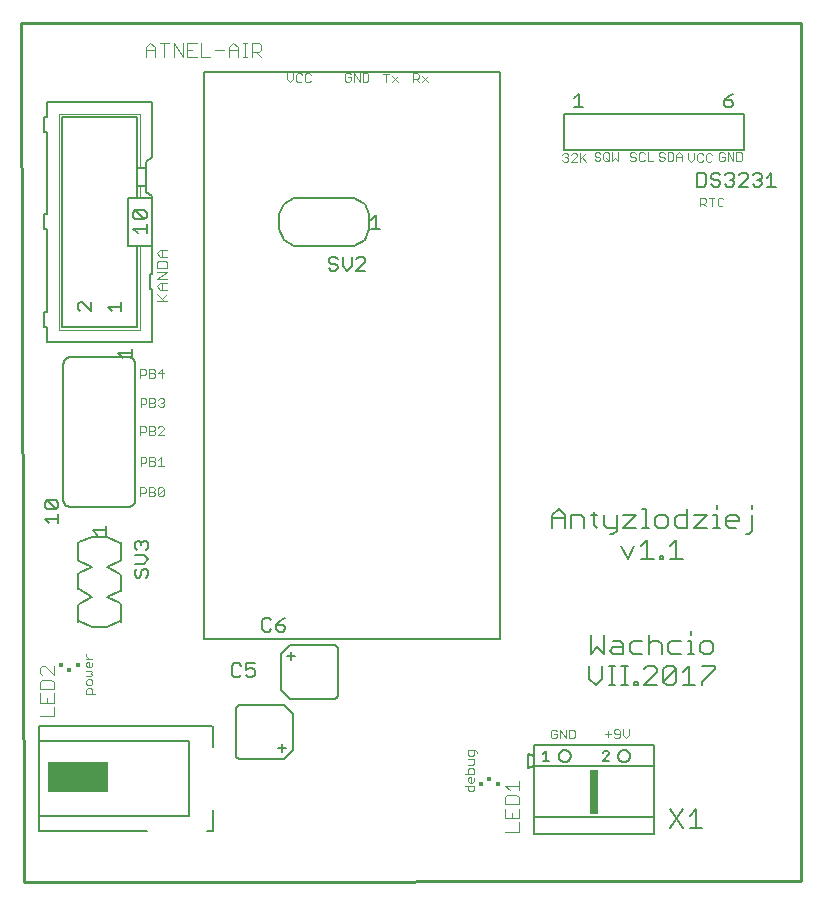
<source format=gto>
G75*
%MOIN*%
%OFA0B0*%
%FSLAX25Y25*%
%IPPOS*%
%LPD*%
%AMOC8*
5,1,8,0,0,1.08239X$1,22.5*
%
%ADD10C,0.00000*%
%ADD11C,0.01000*%
%ADD12C,0.00600*%
%ADD13C,0.00300*%
%ADD14C,0.00500*%
%ADD15R,0.20000X0.10000*%
%ADD16C,0.00200*%
%ADD17C,0.00400*%
%ADD18R,0.01280X0.01673*%
%ADD19R,0.01378X0.01378*%
%ADD20R,0.03000X0.15000*%
%ADD21C,0.00700*%
D10*
X0247600Y0001984D02*
X0261600Y0002284D01*
D11*
X0002600Y0001984D02*
X0001500Y0288384D01*
X0261500Y0288384D01*
X0261600Y0002284D01*
X0002600Y0001984D01*
D12*
X0073100Y0044484D02*
X0073100Y0059484D01*
X0073102Y0059560D01*
X0073108Y0059636D01*
X0073117Y0059711D01*
X0073131Y0059786D01*
X0073148Y0059860D01*
X0073169Y0059933D01*
X0073193Y0060005D01*
X0073222Y0060076D01*
X0073253Y0060145D01*
X0073288Y0060212D01*
X0073327Y0060277D01*
X0073369Y0060341D01*
X0073414Y0060402D01*
X0073462Y0060461D01*
X0073513Y0060517D01*
X0073567Y0060571D01*
X0073623Y0060622D01*
X0073682Y0060670D01*
X0073743Y0060715D01*
X0073807Y0060757D01*
X0073872Y0060796D01*
X0073939Y0060831D01*
X0074008Y0060862D01*
X0074079Y0060891D01*
X0074151Y0060915D01*
X0074224Y0060936D01*
X0074298Y0060953D01*
X0074373Y0060967D01*
X0074448Y0060976D01*
X0074524Y0060982D01*
X0074600Y0060984D01*
X0089100Y0060984D01*
X0092100Y0057984D01*
X0092100Y0045984D01*
X0089100Y0042984D01*
X0074600Y0042984D01*
X0074524Y0042986D01*
X0074448Y0042992D01*
X0074373Y0043001D01*
X0074298Y0043015D01*
X0074224Y0043032D01*
X0074151Y0043053D01*
X0074079Y0043077D01*
X0074008Y0043106D01*
X0073939Y0043137D01*
X0073872Y0043172D01*
X0073807Y0043211D01*
X0073743Y0043253D01*
X0073682Y0043298D01*
X0073623Y0043346D01*
X0073567Y0043397D01*
X0073513Y0043451D01*
X0073462Y0043507D01*
X0073414Y0043566D01*
X0073369Y0043627D01*
X0073327Y0043691D01*
X0073288Y0043756D01*
X0073253Y0043823D01*
X0073222Y0043892D01*
X0073193Y0043963D01*
X0073169Y0044035D01*
X0073148Y0044108D01*
X0073131Y0044182D01*
X0073117Y0044257D01*
X0073108Y0044332D01*
X0073102Y0044408D01*
X0073100Y0044484D01*
X0087300Y0046584D02*
X0089900Y0046584D01*
X0088600Y0045384D02*
X0088600Y0047884D01*
X0091100Y0062984D02*
X0088100Y0065984D01*
X0088100Y0077984D01*
X0091100Y0080984D01*
X0105600Y0080984D01*
X0105676Y0080982D01*
X0105752Y0080976D01*
X0105827Y0080967D01*
X0105902Y0080953D01*
X0105976Y0080936D01*
X0106049Y0080915D01*
X0106121Y0080891D01*
X0106192Y0080862D01*
X0106261Y0080831D01*
X0106328Y0080796D01*
X0106393Y0080757D01*
X0106457Y0080715D01*
X0106518Y0080670D01*
X0106577Y0080622D01*
X0106633Y0080571D01*
X0106687Y0080517D01*
X0106738Y0080461D01*
X0106786Y0080402D01*
X0106831Y0080341D01*
X0106873Y0080277D01*
X0106912Y0080212D01*
X0106947Y0080145D01*
X0106978Y0080076D01*
X0107007Y0080005D01*
X0107031Y0079933D01*
X0107052Y0079860D01*
X0107069Y0079786D01*
X0107083Y0079711D01*
X0107092Y0079636D01*
X0107098Y0079560D01*
X0107100Y0079484D01*
X0107100Y0064484D01*
X0107098Y0064408D01*
X0107092Y0064332D01*
X0107083Y0064257D01*
X0107069Y0064182D01*
X0107052Y0064108D01*
X0107031Y0064035D01*
X0107007Y0063963D01*
X0106978Y0063892D01*
X0106947Y0063823D01*
X0106912Y0063756D01*
X0106873Y0063691D01*
X0106831Y0063627D01*
X0106786Y0063566D01*
X0106738Y0063507D01*
X0106687Y0063451D01*
X0106633Y0063397D01*
X0106577Y0063346D01*
X0106518Y0063298D01*
X0106457Y0063253D01*
X0106393Y0063211D01*
X0106328Y0063172D01*
X0106261Y0063137D01*
X0106192Y0063106D01*
X0106121Y0063077D01*
X0106049Y0063053D01*
X0105976Y0063032D01*
X0105902Y0063015D01*
X0105827Y0063001D01*
X0105752Y0062992D01*
X0105676Y0062986D01*
X0105600Y0062984D01*
X0091100Y0062984D01*
X0091600Y0076084D02*
X0091600Y0078584D01*
X0092900Y0077384D02*
X0090300Y0077384D01*
X0039600Y0129484D02*
X0039600Y0174484D01*
X0039598Y0174582D01*
X0039592Y0174680D01*
X0039583Y0174778D01*
X0039569Y0174875D01*
X0039552Y0174972D01*
X0039531Y0175068D01*
X0039506Y0175163D01*
X0039478Y0175257D01*
X0039445Y0175349D01*
X0039410Y0175441D01*
X0039370Y0175531D01*
X0039328Y0175619D01*
X0039281Y0175706D01*
X0039232Y0175790D01*
X0039179Y0175873D01*
X0039123Y0175953D01*
X0039063Y0176032D01*
X0039001Y0176108D01*
X0038936Y0176181D01*
X0038868Y0176252D01*
X0038797Y0176320D01*
X0038724Y0176385D01*
X0038648Y0176447D01*
X0038569Y0176507D01*
X0038489Y0176563D01*
X0038406Y0176616D01*
X0038322Y0176665D01*
X0038235Y0176712D01*
X0038147Y0176754D01*
X0038057Y0176794D01*
X0037965Y0176829D01*
X0037873Y0176862D01*
X0037779Y0176890D01*
X0037684Y0176915D01*
X0037588Y0176936D01*
X0037491Y0176953D01*
X0037394Y0176967D01*
X0037296Y0176976D01*
X0037198Y0176982D01*
X0037100Y0176984D01*
X0018100Y0176984D01*
X0018002Y0176982D01*
X0017904Y0176976D01*
X0017806Y0176967D01*
X0017709Y0176953D01*
X0017612Y0176936D01*
X0017516Y0176915D01*
X0017421Y0176890D01*
X0017327Y0176862D01*
X0017235Y0176829D01*
X0017143Y0176794D01*
X0017053Y0176754D01*
X0016965Y0176712D01*
X0016878Y0176665D01*
X0016794Y0176616D01*
X0016711Y0176563D01*
X0016631Y0176507D01*
X0016552Y0176447D01*
X0016476Y0176385D01*
X0016403Y0176320D01*
X0016332Y0176252D01*
X0016264Y0176181D01*
X0016199Y0176108D01*
X0016137Y0176032D01*
X0016077Y0175953D01*
X0016021Y0175873D01*
X0015968Y0175790D01*
X0015919Y0175706D01*
X0015872Y0175619D01*
X0015830Y0175531D01*
X0015790Y0175441D01*
X0015755Y0175349D01*
X0015722Y0175257D01*
X0015694Y0175163D01*
X0015669Y0175068D01*
X0015648Y0174972D01*
X0015631Y0174875D01*
X0015617Y0174778D01*
X0015608Y0174680D01*
X0015602Y0174582D01*
X0015600Y0174484D01*
X0015600Y0129484D01*
X0015602Y0129386D01*
X0015608Y0129288D01*
X0015617Y0129190D01*
X0015631Y0129093D01*
X0015648Y0128996D01*
X0015669Y0128900D01*
X0015694Y0128805D01*
X0015722Y0128711D01*
X0015755Y0128619D01*
X0015790Y0128527D01*
X0015830Y0128437D01*
X0015872Y0128349D01*
X0015919Y0128262D01*
X0015968Y0128178D01*
X0016021Y0128095D01*
X0016077Y0128015D01*
X0016137Y0127936D01*
X0016199Y0127860D01*
X0016264Y0127787D01*
X0016332Y0127716D01*
X0016403Y0127648D01*
X0016476Y0127583D01*
X0016552Y0127521D01*
X0016631Y0127461D01*
X0016711Y0127405D01*
X0016794Y0127352D01*
X0016878Y0127303D01*
X0016965Y0127256D01*
X0017053Y0127214D01*
X0017143Y0127174D01*
X0017235Y0127139D01*
X0017327Y0127106D01*
X0017421Y0127078D01*
X0017516Y0127053D01*
X0017612Y0127032D01*
X0017709Y0127015D01*
X0017806Y0127001D01*
X0017904Y0126992D01*
X0018002Y0126986D01*
X0018100Y0126984D01*
X0037100Y0126984D01*
X0037198Y0126986D01*
X0037296Y0126992D01*
X0037394Y0127001D01*
X0037491Y0127015D01*
X0037588Y0127032D01*
X0037684Y0127053D01*
X0037779Y0127078D01*
X0037873Y0127106D01*
X0037965Y0127139D01*
X0038057Y0127174D01*
X0038147Y0127214D01*
X0038235Y0127256D01*
X0038322Y0127303D01*
X0038406Y0127352D01*
X0038489Y0127405D01*
X0038569Y0127461D01*
X0038648Y0127521D01*
X0038724Y0127583D01*
X0038797Y0127648D01*
X0038868Y0127716D01*
X0038936Y0127787D01*
X0039001Y0127860D01*
X0039063Y0127936D01*
X0039123Y0128015D01*
X0039179Y0128095D01*
X0039232Y0128178D01*
X0039281Y0128262D01*
X0039328Y0128349D01*
X0039370Y0128437D01*
X0039410Y0128527D01*
X0039445Y0128619D01*
X0039478Y0128711D01*
X0039506Y0128805D01*
X0039531Y0128900D01*
X0039552Y0128996D01*
X0039569Y0129093D01*
X0039583Y0129190D01*
X0039592Y0129288D01*
X0039598Y0129386D01*
X0039600Y0129484D01*
X0034400Y0115084D02*
X0030100Y0116984D01*
X0025100Y0116984D01*
X0020800Y0115284D01*
X0020800Y0108884D02*
X0025100Y0106984D01*
X0020800Y0105084D01*
X0020800Y0099484D02*
X0025100Y0096984D01*
X0020800Y0094484D01*
X0020800Y0088884D02*
X0025100Y0086984D01*
X0030100Y0086984D01*
X0034400Y0088884D01*
X0034400Y0095084D02*
X0030100Y0096984D01*
X0034400Y0098884D01*
X0034400Y0104484D02*
X0030100Y0106984D01*
X0034400Y0108884D01*
X0045100Y0181984D02*
X0010100Y0181984D01*
X0010100Y0186984D01*
X0009100Y0186984D01*
X0009100Y0191984D01*
X0010100Y0191984D01*
X0010100Y0219484D01*
X0009100Y0219484D01*
X0009100Y0224484D01*
X0010100Y0224484D01*
X0010100Y0251984D01*
X0009100Y0251984D01*
X0009100Y0256984D01*
X0010100Y0256984D01*
X0010100Y0261984D01*
X0045100Y0261984D01*
X0045100Y0243484D01*
X0043100Y0241984D01*
X0043100Y0239984D01*
X0043100Y0233984D01*
X0043100Y0231984D01*
X0045100Y0230484D01*
X0045100Y0229984D01*
X0041100Y0229984D01*
X0040100Y0229984D01*
X0040100Y0233984D01*
X0040100Y0239984D01*
X0041100Y0239984D01*
X0043100Y0239984D01*
X0040100Y0239984D02*
X0040100Y0256984D01*
X0015100Y0256984D01*
X0015100Y0186984D01*
X0040100Y0186984D01*
X0040100Y0213984D01*
X0041100Y0213984D01*
X0045100Y0213984D01*
X0045100Y0204484D01*
X0044600Y0204484D01*
X0044600Y0199484D01*
X0045100Y0199484D01*
X0045100Y0181984D01*
X0045100Y0213984D02*
X0045100Y0229984D01*
X0043100Y0233984D02*
X0041100Y0233984D01*
X0040100Y0233984D01*
X0040100Y0229984D02*
X0037100Y0229984D01*
X0037100Y0213984D01*
X0040100Y0213984D01*
X0087600Y0219484D02*
X0089100Y0215984D01*
X0092600Y0213984D01*
X0112600Y0213984D01*
X0116100Y0215984D01*
X0117600Y0219484D01*
X0117600Y0224484D01*
X0116100Y0227984D01*
X0112600Y0229984D01*
X0092600Y0229984D01*
X0089100Y0227984D01*
X0087600Y0224484D01*
X0087600Y0219484D01*
X0180659Y0126440D02*
X0178524Y0124305D01*
X0178524Y0120034D01*
X0178524Y0123237D02*
X0182794Y0123237D01*
X0182794Y0124305D02*
X0182794Y0120034D01*
X0184969Y0120034D02*
X0184969Y0124305D01*
X0188172Y0124305D01*
X0189240Y0123237D01*
X0189240Y0120034D01*
X0192483Y0121102D02*
X0193550Y0120034D01*
X0192483Y0121102D02*
X0192483Y0125372D01*
X0193550Y0124305D02*
X0191415Y0124305D01*
X0195712Y0124305D02*
X0195712Y0121102D01*
X0196780Y0120034D01*
X0199982Y0120034D01*
X0199982Y0118967D02*
X0198915Y0117899D01*
X0197847Y0117899D01*
X0199982Y0118967D02*
X0199982Y0124305D01*
X0202157Y0124305D02*
X0206428Y0124305D01*
X0202157Y0120034D01*
X0206428Y0120034D01*
X0208603Y0120034D02*
X0210738Y0120034D01*
X0209671Y0120034D02*
X0209671Y0126440D01*
X0208603Y0126440D01*
X0212900Y0123237D02*
X0212900Y0121102D01*
X0213968Y0120034D01*
X0216103Y0120034D01*
X0217170Y0121102D01*
X0217170Y0123237D01*
X0216103Y0124305D01*
X0213968Y0124305D01*
X0212900Y0123237D01*
X0219345Y0123237D02*
X0219345Y0121102D01*
X0220413Y0120034D01*
X0223616Y0120034D01*
X0223616Y0126440D01*
X0223616Y0124305D02*
X0220413Y0124305D01*
X0219345Y0123237D01*
X0225791Y0124305D02*
X0230061Y0124305D01*
X0225791Y0120034D01*
X0230061Y0120034D01*
X0232236Y0120034D02*
X0234372Y0120034D01*
X0233304Y0120034D02*
X0233304Y0124305D01*
X0232236Y0124305D01*
X0233304Y0126440D02*
X0233304Y0127507D01*
X0236533Y0123237D02*
X0237601Y0124305D01*
X0239736Y0124305D01*
X0240804Y0123237D01*
X0240804Y0122169D01*
X0236533Y0122169D01*
X0236533Y0121102D02*
X0236533Y0123237D01*
X0236533Y0121102D02*
X0237601Y0120034D01*
X0239736Y0120034D01*
X0242979Y0117899D02*
X0244046Y0117899D01*
X0245114Y0118967D01*
X0245114Y0124305D01*
X0245114Y0126440D02*
X0245114Y0127507D01*
X0219869Y0115940D02*
X0219869Y0109534D01*
X0217734Y0109534D02*
X0222004Y0109534D01*
X0217734Y0113805D02*
X0219869Y0115940D01*
X0215579Y0110602D02*
X0215579Y0109534D01*
X0214511Y0109534D01*
X0214511Y0110602D01*
X0215579Y0110602D01*
X0212336Y0109534D02*
X0208066Y0109534D01*
X0210201Y0109534D02*
X0210201Y0115940D01*
X0208066Y0113805D01*
X0205891Y0113805D02*
X0203756Y0109534D01*
X0201620Y0113805D01*
X0182794Y0124305D02*
X0180659Y0126440D01*
X0191415Y0084440D02*
X0191415Y0078034D01*
X0193550Y0080169D01*
X0195685Y0078034D01*
X0195685Y0084440D01*
X0198928Y0082305D02*
X0201063Y0082305D01*
X0202131Y0081237D01*
X0202131Y0078034D01*
X0198928Y0078034D01*
X0197860Y0079102D01*
X0198928Y0080169D01*
X0202131Y0080169D01*
X0204306Y0079102D02*
X0205374Y0078034D01*
X0208576Y0078034D01*
X0210751Y0078034D02*
X0210751Y0084440D01*
X0211819Y0082305D02*
X0210751Y0081237D01*
X0211819Y0082305D02*
X0213954Y0082305D01*
X0215022Y0081237D01*
X0215022Y0078034D01*
X0217197Y0079102D02*
X0218265Y0078034D01*
X0221467Y0078034D01*
X0223642Y0078034D02*
X0225778Y0078034D01*
X0224710Y0078034D02*
X0224710Y0082305D01*
X0223642Y0082305D01*
X0221467Y0082305D02*
X0218265Y0082305D01*
X0217197Y0081237D01*
X0217197Y0079102D01*
X0216653Y0073940D02*
X0218788Y0073940D01*
X0219856Y0072872D01*
X0215586Y0068602D01*
X0216653Y0067534D01*
X0218788Y0067534D01*
X0219856Y0068602D01*
X0219856Y0072872D01*
X0222031Y0071805D02*
X0224166Y0073940D01*
X0224166Y0067534D01*
X0222031Y0067534D02*
X0226301Y0067534D01*
X0228477Y0067534D02*
X0228477Y0068602D01*
X0232747Y0072872D01*
X0232747Y0073940D01*
X0228477Y0073940D01*
X0229007Y0078034D02*
X0227939Y0079102D01*
X0227939Y0081237D01*
X0229007Y0082305D01*
X0231142Y0082305D01*
X0232210Y0081237D01*
X0232210Y0079102D01*
X0231142Y0078034D01*
X0229007Y0078034D01*
X0224710Y0084440D02*
X0224710Y0085507D01*
X0216653Y0073940D02*
X0215586Y0072872D01*
X0215586Y0068602D01*
X0213410Y0067534D02*
X0209140Y0067534D01*
X0213410Y0071805D01*
X0213410Y0072872D01*
X0212343Y0073940D01*
X0210208Y0073940D01*
X0209140Y0072872D01*
X0206985Y0068602D02*
X0205917Y0068602D01*
X0205917Y0067534D01*
X0206985Y0067534D01*
X0206985Y0068602D01*
X0203755Y0067534D02*
X0201620Y0067534D01*
X0202688Y0067534D02*
X0202688Y0073940D01*
X0203755Y0073940D02*
X0201620Y0073940D01*
X0199458Y0073940D02*
X0197323Y0073940D01*
X0198391Y0073940D02*
X0198391Y0067534D01*
X0199458Y0067534D02*
X0197323Y0067534D01*
X0195148Y0069669D02*
X0195148Y0073940D01*
X0190878Y0073940D02*
X0190878Y0069669D01*
X0193013Y0067534D01*
X0195148Y0069669D01*
X0204306Y0079102D02*
X0204306Y0081237D01*
X0205374Y0082305D01*
X0208576Y0082305D01*
X0212600Y0047484D02*
X0212600Y0040484D01*
X0212600Y0023484D01*
X0212600Y0017984D01*
X0172600Y0017984D01*
X0172600Y0023484D01*
X0172600Y0040484D01*
X0212600Y0040484D01*
X0212600Y0047484D02*
X0172600Y0047484D01*
X0172600Y0043984D01*
X0172600Y0040484D01*
X0170600Y0039984D01*
X0170600Y0044484D01*
X0172600Y0043984D01*
X0180700Y0043984D02*
X0180702Y0044073D01*
X0180708Y0044162D01*
X0180718Y0044251D01*
X0180732Y0044339D01*
X0180749Y0044426D01*
X0180771Y0044512D01*
X0180797Y0044598D01*
X0180826Y0044682D01*
X0180859Y0044765D01*
X0180895Y0044846D01*
X0180936Y0044926D01*
X0180979Y0045003D01*
X0181026Y0045079D01*
X0181077Y0045152D01*
X0181130Y0045223D01*
X0181187Y0045292D01*
X0181247Y0045358D01*
X0181310Y0045422D01*
X0181375Y0045482D01*
X0181443Y0045540D01*
X0181514Y0045594D01*
X0181587Y0045645D01*
X0181662Y0045693D01*
X0181739Y0045738D01*
X0181818Y0045779D01*
X0181899Y0045816D01*
X0181981Y0045850D01*
X0182065Y0045881D01*
X0182150Y0045907D01*
X0182236Y0045930D01*
X0182323Y0045948D01*
X0182411Y0045963D01*
X0182500Y0045974D01*
X0182589Y0045981D01*
X0182678Y0045984D01*
X0182767Y0045983D01*
X0182856Y0045978D01*
X0182944Y0045969D01*
X0183033Y0045956D01*
X0183120Y0045939D01*
X0183207Y0045919D01*
X0183293Y0045894D01*
X0183377Y0045866D01*
X0183460Y0045834D01*
X0183542Y0045798D01*
X0183622Y0045759D01*
X0183700Y0045716D01*
X0183776Y0045670D01*
X0183850Y0045620D01*
X0183922Y0045567D01*
X0183991Y0045511D01*
X0184058Y0045452D01*
X0184122Y0045390D01*
X0184183Y0045326D01*
X0184242Y0045258D01*
X0184297Y0045188D01*
X0184349Y0045116D01*
X0184398Y0045041D01*
X0184443Y0044965D01*
X0184485Y0044886D01*
X0184523Y0044806D01*
X0184558Y0044724D01*
X0184589Y0044640D01*
X0184617Y0044555D01*
X0184640Y0044469D01*
X0184660Y0044382D01*
X0184676Y0044295D01*
X0184688Y0044206D01*
X0184696Y0044118D01*
X0184700Y0044029D01*
X0184700Y0043939D01*
X0184696Y0043850D01*
X0184688Y0043762D01*
X0184676Y0043673D01*
X0184660Y0043586D01*
X0184640Y0043499D01*
X0184617Y0043413D01*
X0184589Y0043328D01*
X0184558Y0043244D01*
X0184523Y0043162D01*
X0184485Y0043082D01*
X0184443Y0043003D01*
X0184398Y0042927D01*
X0184349Y0042852D01*
X0184297Y0042780D01*
X0184242Y0042710D01*
X0184183Y0042642D01*
X0184122Y0042578D01*
X0184058Y0042516D01*
X0183991Y0042457D01*
X0183922Y0042401D01*
X0183850Y0042348D01*
X0183776Y0042298D01*
X0183700Y0042252D01*
X0183622Y0042209D01*
X0183542Y0042170D01*
X0183460Y0042134D01*
X0183377Y0042102D01*
X0183293Y0042074D01*
X0183207Y0042049D01*
X0183120Y0042029D01*
X0183033Y0042012D01*
X0182944Y0041999D01*
X0182856Y0041990D01*
X0182767Y0041985D01*
X0182678Y0041984D01*
X0182589Y0041987D01*
X0182500Y0041994D01*
X0182411Y0042005D01*
X0182323Y0042020D01*
X0182236Y0042038D01*
X0182150Y0042061D01*
X0182065Y0042087D01*
X0181981Y0042118D01*
X0181899Y0042152D01*
X0181818Y0042189D01*
X0181739Y0042230D01*
X0181662Y0042275D01*
X0181587Y0042323D01*
X0181514Y0042374D01*
X0181443Y0042428D01*
X0181375Y0042486D01*
X0181310Y0042546D01*
X0181247Y0042610D01*
X0181187Y0042676D01*
X0181130Y0042745D01*
X0181077Y0042816D01*
X0181026Y0042889D01*
X0180979Y0042965D01*
X0180936Y0043042D01*
X0180895Y0043122D01*
X0180859Y0043203D01*
X0180826Y0043286D01*
X0180797Y0043370D01*
X0180771Y0043456D01*
X0180749Y0043542D01*
X0180732Y0043629D01*
X0180718Y0043717D01*
X0180708Y0043806D01*
X0180702Y0043895D01*
X0180700Y0043984D01*
X0172600Y0023484D02*
X0212600Y0023484D01*
X0200500Y0043984D02*
X0200502Y0044073D01*
X0200508Y0044162D01*
X0200518Y0044251D01*
X0200532Y0044339D01*
X0200549Y0044426D01*
X0200571Y0044512D01*
X0200597Y0044598D01*
X0200626Y0044682D01*
X0200659Y0044765D01*
X0200695Y0044846D01*
X0200736Y0044926D01*
X0200779Y0045003D01*
X0200826Y0045079D01*
X0200877Y0045152D01*
X0200930Y0045223D01*
X0200987Y0045292D01*
X0201047Y0045358D01*
X0201110Y0045422D01*
X0201175Y0045482D01*
X0201243Y0045540D01*
X0201314Y0045594D01*
X0201387Y0045645D01*
X0201462Y0045693D01*
X0201539Y0045738D01*
X0201618Y0045779D01*
X0201699Y0045816D01*
X0201781Y0045850D01*
X0201865Y0045881D01*
X0201950Y0045907D01*
X0202036Y0045930D01*
X0202123Y0045948D01*
X0202211Y0045963D01*
X0202300Y0045974D01*
X0202389Y0045981D01*
X0202478Y0045984D01*
X0202567Y0045983D01*
X0202656Y0045978D01*
X0202744Y0045969D01*
X0202833Y0045956D01*
X0202920Y0045939D01*
X0203007Y0045919D01*
X0203093Y0045894D01*
X0203177Y0045866D01*
X0203260Y0045834D01*
X0203342Y0045798D01*
X0203422Y0045759D01*
X0203500Y0045716D01*
X0203576Y0045670D01*
X0203650Y0045620D01*
X0203722Y0045567D01*
X0203791Y0045511D01*
X0203858Y0045452D01*
X0203922Y0045390D01*
X0203983Y0045326D01*
X0204042Y0045258D01*
X0204097Y0045188D01*
X0204149Y0045116D01*
X0204198Y0045041D01*
X0204243Y0044965D01*
X0204285Y0044886D01*
X0204323Y0044806D01*
X0204358Y0044724D01*
X0204389Y0044640D01*
X0204417Y0044555D01*
X0204440Y0044469D01*
X0204460Y0044382D01*
X0204476Y0044295D01*
X0204488Y0044206D01*
X0204496Y0044118D01*
X0204500Y0044029D01*
X0204500Y0043939D01*
X0204496Y0043850D01*
X0204488Y0043762D01*
X0204476Y0043673D01*
X0204460Y0043586D01*
X0204440Y0043499D01*
X0204417Y0043413D01*
X0204389Y0043328D01*
X0204358Y0043244D01*
X0204323Y0043162D01*
X0204285Y0043082D01*
X0204243Y0043003D01*
X0204198Y0042927D01*
X0204149Y0042852D01*
X0204097Y0042780D01*
X0204042Y0042710D01*
X0203983Y0042642D01*
X0203922Y0042578D01*
X0203858Y0042516D01*
X0203791Y0042457D01*
X0203722Y0042401D01*
X0203650Y0042348D01*
X0203576Y0042298D01*
X0203500Y0042252D01*
X0203422Y0042209D01*
X0203342Y0042170D01*
X0203260Y0042134D01*
X0203177Y0042102D01*
X0203093Y0042074D01*
X0203007Y0042049D01*
X0202920Y0042029D01*
X0202833Y0042012D01*
X0202744Y0041999D01*
X0202656Y0041990D01*
X0202567Y0041985D01*
X0202478Y0041984D01*
X0202389Y0041987D01*
X0202300Y0041994D01*
X0202211Y0042005D01*
X0202123Y0042020D01*
X0202036Y0042038D01*
X0201950Y0042061D01*
X0201865Y0042087D01*
X0201781Y0042118D01*
X0201699Y0042152D01*
X0201618Y0042189D01*
X0201539Y0042230D01*
X0201462Y0042275D01*
X0201387Y0042323D01*
X0201314Y0042374D01*
X0201243Y0042428D01*
X0201175Y0042486D01*
X0201110Y0042546D01*
X0201047Y0042610D01*
X0200987Y0042676D01*
X0200930Y0042745D01*
X0200877Y0042816D01*
X0200826Y0042889D01*
X0200779Y0042965D01*
X0200736Y0043042D01*
X0200695Y0043122D01*
X0200659Y0043203D01*
X0200626Y0043286D01*
X0200597Y0043370D01*
X0200571Y0043456D01*
X0200549Y0043542D01*
X0200532Y0043629D01*
X0200518Y0043717D01*
X0200508Y0043806D01*
X0200502Y0043895D01*
X0200500Y0043984D01*
X0182600Y0245984D02*
X0242600Y0245984D01*
X0242600Y0257984D01*
X0182600Y0257984D01*
X0182600Y0245984D01*
D13*
X0182434Y0244937D02*
X0183401Y0244937D01*
X0183885Y0244453D01*
X0183885Y0243969D01*
X0183401Y0243485D01*
X0183885Y0243002D01*
X0183885Y0242518D01*
X0183401Y0242034D01*
X0182434Y0242034D01*
X0181950Y0242518D01*
X0182917Y0243485D02*
X0183401Y0243485D01*
X0181950Y0244453D02*
X0182434Y0244937D01*
X0184897Y0244453D02*
X0185380Y0244937D01*
X0186348Y0244937D01*
X0186831Y0244453D01*
X0186831Y0243969D01*
X0184897Y0242034D01*
X0186831Y0242034D01*
X0187843Y0242034D02*
X0187843Y0244937D01*
X0188327Y0243485D02*
X0189778Y0242034D01*
X0187843Y0243002D02*
X0189778Y0244937D01*
X0192650Y0244753D02*
X0192650Y0244269D01*
X0193134Y0243785D01*
X0194101Y0243785D01*
X0194585Y0243302D01*
X0194585Y0242818D01*
X0194101Y0242334D01*
X0193134Y0242334D01*
X0192650Y0242818D01*
X0192650Y0244753D02*
X0193134Y0245237D01*
X0194101Y0245237D01*
X0194585Y0244753D01*
X0195597Y0244753D02*
X0196080Y0245237D01*
X0197048Y0245237D01*
X0197531Y0244753D01*
X0197531Y0242818D01*
X0197048Y0242334D01*
X0196080Y0242334D01*
X0195597Y0242818D01*
X0195597Y0244753D01*
X0196564Y0243302D02*
X0197531Y0242334D01*
X0198543Y0242334D02*
X0198543Y0245237D01*
X0200478Y0245237D02*
X0200478Y0242334D01*
X0199511Y0243302D01*
X0198543Y0242334D01*
X0204450Y0242718D02*
X0204934Y0242234D01*
X0205901Y0242234D01*
X0206385Y0242718D01*
X0206385Y0243202D01*
X0205901Y0243685D01*
X0204934Y0243685D01*
X0204450Y0244169D01*
X0204450Y0244653D01*
X0204934Y0245137D01*
X0205901Y0245137D01*
X0206385Y0244653D01*
X0207397Y0244653D02*
X0207397Y0242718D01*
X0207880Y0242234D01*
X0208848Y0242234D01*
X0209331Y0242718D01*
X0210343Y0242234D02*
X0212278Y0242234D01*
X0214050Y0242818D02*
X0214534Y0242334D01*
X0215501Y0242334D01*
X0215985Y0242818D01*
X0215985Y0243302D01*
X0215501Y0243785D01*
X0214534Y0243785D01*
X0214050Y0244269D01*
X0214050Y0244753D01*
X0214534Y0245237D01*
X0215501Y0245237D01*
X0215985Y0244753D01*
X0216997Y0245237D02*
X0216997Y0242334D01*
X0218448Y0242334D01*
X0218931Y0242818D01*
X0218931Y0244753D01*
X0218448Y0245237D01*
X0216997Y0245237D01*
X0219943Y0244269D02*
X0219943Y0242334D01*
X0219943Y0243785D02*
X0221878Y0243785D01*
X0221878Y0244269D02*
X0221878Y0242334D01*
X0221878Y0244269D02*
X0220911Y0245237D01*
X0219943Y0244269D01*
X0223950Y0244937D02*
X0223950Y0243002D01*
X0224917Y0242034D01*
X0225885Y0243002D01*
X0225885Y0244937D01*
X0226897Y0244453D02*
X0226897Y0242518D01*
X0227380Y0242034D01*
X0228348Y0242034D01*
X0228831Y0242518D01*
X0229843Y0242518D02*
X0230327Y0242034D01*
X0231294Y0242034D01*
X0231778Y0242518D01*
X0229843Y0242518D02*
X0229843Y0244453D01*
X0230327Y0244937D01*
X0231294Y0244937D01*
X0231778Y0244453D01*
X0234050Y0244653D02*
X0234050Y0242718D01*
X0234534Y0242234D01*
X0235501Y0242234D01*
X0235985Y0242718D01*
X0235985Y0243685D01*
X0235017Y0243685D01*
X0234050Y0244653D02*
X0234534Y0245137D01*
X0235501Y0245137D01*
X0235985Y0244653D01*
X0236997Y0245137D02*
X0238931Y0242234D01*
X0238931Y0245137D01*
X0239943Y0245137D02*
X0241394Y0245137D01*
X0241878Y0244653D01*
X0241878Y0242718D01*
X0241394Y0242234D01*
X0239943Y0242234D01*
X0239943Y0245137D01*
X0236997Y0245137D02*
X0236997Y0242234D01*
X0228831Y0244453D02*
X0228348Y0244937D01*
X0227380Y0244937D01*
X0226897Y0244453D01*
X0227750Y0230037D02*
X0229201Y0230037D01*
X0229685Y0229553D01*
X0229685Y0228585D01*
X0229201Y0228102D01*
X0227750Y0228102D01*
X0228717Y0228102D02*
X0229685Y0227134D01*
X0227750Y0227134D02*
X0227750Y0230037D01*
X0230697Y0230037D02*
X0232631Y0230037D01*
X0231664Y0230037D02*
X0231664Y0227134D01*
X0233643Y0227618D02*
X0233643Y0229553D01*
X0234127Y0230037D01*
X0235094Y0230037D01*
X0235578Y0229553D01*
X0235578Y0227618D02*
X0235094Y0227134D01*
X0234127Y0227134D01*
X0233643Y0227618D01*
X0210343Y0242234D02*
X0210343Y0245137D01*
X0209331Y0244653D02*
X0208848Y0245137D01*
X0207880Y0245137D01*
X0207397Y0244653D01*
X0137031Y0268634D02*
X0135097Y0270569D01*
X0134085Y0270085D02*
X0133601Y0269602D01*
X0132150Y0269602D01*
X0133117Y0269602D02*
X0134085Y0268634D01*
X0135097Y0268634D02*
X0137031Y0270569D01*
X0134085Y0271053D02*
X0134085Y0270085D01*
X0134085Y0271053D02*
X0133601Y0271537D01*
X0132150Y0271537D01*
X0132150Y0268634D01*
X0127031Y0268534D02*
X0125097Y0270469D01*
X0124085Y0271437D02*
X0122150Y0271437D01*
X0123117Y0271437D02*
X0123117Y0268534D01*
X0125097Y0268534D02*
X0127031Y0270469D01*
X0117278Y0271153D02*
X0117278Y0269218D01*
X0116794Y0268734D01*
X0115343Y0268734D01*
X0115343Y0271637D01*
X0116794Y0271637D01*
X0117278Y0271153D01*
X0114331Y0271637D02*
X0114331Y0268734D01*
X0112397Y0271637D01*
X0112397Y0268734D01*
X0111385Y0269218D02*
X0111385Y0270185D01*
X0110417Y0270185D01*
X0109450Y0269218D02*
X0109450Y0271153D01*
X0109934Y0271637D01*
X0110901Y0271637D01*
X0111385Y0271153D01*
X0111385Y0269218D02*
X0110901Y0268734D01*
X0109934Y0268734D01*
X0109450Y0269218D01*
X0098078Y0269118D02*
X0097594Y0268634D01*
X0096627Y0268634D01*
X0096143Y0269118D01*
X0096143Y0271053D01*
X0096627Y0271537D01*
X0097594Y0271537D01*
X0098078Y0271053D01*
X0095131Y0271053D02*
X0094648Y0271537D01*
X0093680Y0271537D01*
X0093197Y0271053D01*
X0093197Y0269118D01*
X0093680Y0268634D01*
X0094648Y0268634D01*
X0095131Y0269118D01*
X0092185Y0269602D02*
X0092185Y0271537D01*
X0090250Y0271537D02*
X0090250Y0269602D01*
X0091217Y0268634D01*
X0092185Y0269602D01*
X0048594Y0172937D02*
X0047143Y0171485D01*
X0049078Y0171485D01*
X0048594Y0170034D02*
X0048594Y0172937D01*
X0046131Y0172453D02*
X0046131Y0171969D01*
X0045648Y0171485D01*
X0044197Y0171485D01*
X0043185Y0171485D02*
X0042701Y0171002D01*
X0041250Y0171002D01*
X0041250Y0170034D02*
X0041250Y0172937D01*
X0042701Y0172937D01*
X0043185Y0172453D01*
X0043185Y0171485D01*
X0044197Y0170034D02*
X0044197Y0172937D01*
X0045648Y0172937D01*
X0046131Y0172453D01*
X0045648Y0171485D02*
X0046131Y0171002D01*
X0046131Y0170518D01*
X0045648Y0170034D01*
X0044197Y0170034D01*
X0044297Y0163237D02*
X0045748Y0163237D01*
X0046231Y0162753D01*
X0046231Y0162269D01*
X0045748Y0161785D01*
X0044297Y0161785D01*
X0043285Y0161785D02*
X0042801Y0161302D01*
X0041350Y0161302D01*
X0041350Y0160334D02*
X0041350Y0163237D01*
X0042801Y0163237D01*
X0043285Y0162753D01*
X0043285Y0161785D01*
X0044297Y0160334D02*
X0045748Y0160334D01*
X0046231Y0160818D01*
X0046231Y0161302D01*
X0045748Y0161785D01*
X0047243Y0160818D02*
X0047727Y0160334D01*
X0048694Y0160334D01*
X0049178Y0160818D01*
X0049178Y0161302D01*
X0048694Y0161785D01*
X0048211Y0161785D01*
X0048694Y0161785D02*
X0049178Y0162269D01*
X0049178Y0162753D01*
X0048694Y0163237D01*
X0047727Y0163237D01*
X0047243Y0162753D01*
X0044297Y0163237D02*
X0044297Y0160334D01*
X0044197Y0153837D02*
X0045648Y0153837D01*
X0046131Y0153353D01*
X0046131Y0152869D01*
X0045648Y0152385D01*
X0044197Y0152385D01*
X0043185Y0152385D02*
X0042701Y0151902D01*
X0041250Y0151902D01*
X0041250Y0150934D02*
X0041250Y0153837D01*
X0042701Y0153837D01*
X0043185Y0153353D01*
X0043185Y0152385D01*
X0044197Y0150934D02*
X0045648Y0150934D01*
X0046131Y0151418D01*
X0046131Y0151902D01*
X0045648Y0152385D01*
X0047143Y0153353D02*
X0047627Y0153837D01*
X0048594Y0153837D01*
X0049078Y0153353D01*
X0049078Y0152869D01*
X0047143Y0150934D01*
X0049078Y0150934D01*
X0044197Y0150934D02*
X0044197Y0153837D01*
X0044297Y0143637D02*
X0045748Y0143637D01*
X0046231Y0143153D01*
X0046231Y0142669D01*
X0045748Y0142185D01*
X0044297Y0142185D01*
X0043285Y0142185D02*
X0042801Y0141702D01*
X0041350Y0141702D01*
X0041350Y0140734D02*
X0041350Y0143637D01*
X0042801Y0143637D01*
X0043285Y0143153D01*
X0043285Y0142185D01*
X0044297Y0140734D02*
X0044297Y0143637D01*
X0045748Y0142185D02*
X0046231Y0141702D01*
X0046231Y0141218D01*
X0045748Y0140734D01*
X0044297Y0140734D01*
X0047243Y0140734D02*
X0049178Y0140734D01*
X0048211Y0140734D02*
X0048211Y0143637D01*
X0047243Y0142669D01*
X0047527Y0133537D02*
X0048494Y0133537D01*
X0048978Y0133053D01*
X0047043Y0131118D01*
X0047527Y0130634D01*
X0048494Y0130634D01*
X0048978Y0131118D01*
X0048978Y0133053D01*
X0047527Y0133537D02*
X0047043Y0133053D01*
X0047043Y0131118D01*
X0046031Y0131118D02*
X0045548Y0130634D01*
X0044097Y0130634D01*
X0044097Y0133537D01*
X0045548Y0133537D01*
X0046031Y0133053D01*
X0046031Y0132569D01*
X0045548Y0132085D01*
X0044097Y0132085D01*
X0043085Y0132085D02*
X0042601Y0131602D01*
X0041150Y0131602D01*
X0041150Y0130634D02*
X0041150Y0133537D01*
X0042601Y0133537D01*
X0043085Y0133053D01*
X0043085Y0132085D01*
X0045548Y0132085D02*
X0046031Y0131602D01*
X0046031Y0131118D01*
X0023215Y0077872D02*
X0023215Y0077388D01*
X0024183Y0076420D01*
X0025150Y0076420D02*
X0023215Y0076420D01*
X0023699Y0075409D02*
X0024183Y0075409D01*
X0024183Y0073474D01*
X0024666Y0073474D02*
X0023699Y0073474D01*
X0023215Y0073958D01*
X0023215Y0074925D01*
X0023699Y0075409D01*
X0025150Y0074925D02*
X0025150Y0073958D01*
X0024666Y0073474D01*
X0024666Y0072462D02*
X0023215Y0072462D01*
X0024666Y0072462D02*
X0025150Y0071979D01*
X0024666Y0071495D01*
X0025150Y0071011D01*
X0024666Y0070527D01*
X0023215Y0070527D01*
X0023699Y0069516D02*
X0023215Y0069032D01*
X0023215Y0068065D01*
X0023699Y0067581D01*
X0024666Y0067581D01*
X0025150Y0068065D01*
X0025150Y0069032D01*
X0024666Y0069516D01*
X0023699Y0069516D01*
X0023699Y0066569D02*
X0024666Y0066569D01*
X0025150Y0066085D01*
X0025150Y0064634D01*
X0026117Y0064634D02*
X0023215Y0064634D01*
X0023215Y0066085D01*
X0023699Y0066569D01*
X0150515Y0045855D02*
X0150515Y0044404D01*
X0150999Y0043920D01*
X0151966Y0043920D01*
X0152450Y0044404D01*
X0152450Y0045855D01*
X0152934Y0045855D02*
X0150515Y0045855D01*
X0152934Y0045855D02*
X0153417Y0045372D01*
X0153417Y0044888D01*
X0152450Y0042909D02*
X0150515Y0042909D01*
X0152450Y0042909D02*
X0152450Y0041458D01*
X0151966Y0040974D01*
X0150515Y0040974D01*
X0150999Y0039962D02*
X0150515Y0039479D01*
X0150515Y0038027D01*
X0149548Y0038027D02*
X0152450Y0038027D01*
X0152450Y0039479D01*
X0151966Y0039962D01*
X0150999Y0039962D01*
X0150999Y0037016D02*
X0150515Y0036532D01*
X0150515Y0035565D01*
X0150999Y0035081D01*
X0151966Y0035081D01*
X0152450Y0035565D01*
X0152450Y0036532D01*
X0151483Y0037016D02*
X0151483Y0035081D01*
X0152450Y0034069D02*
X0149548Y0034069D01*
X0150515Y0034069D02*
X0150515Y0032618D01*
X0150999Y0032134D01*
X0151966Y0032134D01*
X0152450Y0032618D01*
X0152450Y0034069D01*
X0151483Y0037016D02*
X0150999Y0037016D01*
X0178150Y0050318D02*
X0178634Y0049834D01*
X0179601Y0049834D01*
X0180085Y0050318D01*
X0180085Y0051285D01*
X0179117Y0051285D01*
X0178150Y0050318D02*
X0178150Y0052253D01*
X0178634Y0052737D01*
X0179601Y0052737D01*
X0180085Y0052253D01*
X0181097Y0052737D02*
X0183031Y0049834D01*
X0183031Y0052737D01*
X0184043Y0052737D02*
X0185494Y0052737D01*
X0185978Y0052253D01*
X0185978Y0050318D01*
X0185494Y0049834D01*
X0184043Y0049834D01*
X0184043Y0052737D01*
X0181097Y0052737D02*
X0181097Y0049834D01*
X0196150Y0051385D02*
X0198085Y0051385D01*
X0199097Y0051869D02*
X0199097Y0052353D01*
X0199580Y0052837D01*
X0200548Y0052837D01*
X0201031Y0052353D01*
X0201031Y0050418D01*
X0200548Y0049934D01*
X0199580Y0049934D01*
X0199097Y0050418D01*
X0199580Y0051385D02*
X0201031Y0051385D01*
X0202043Y0050902D02*
X0202043Y0052837D01*
X0203978Y0052837D02*
X0203978Y0050902D01*
X0203011Y0049934D01*
X0202043Y0050902D01*
X0199580Y0051385D02*
X0199097Y0051869D01*
X0197117Y0052353D02*
X0197117Y0050418D01*
D14*
X0197051Y0045637D02*
X0195917Y0045637D01*
X0195350Y0045070D01*
X0197051Y0045637D02*
X0197619Y0045070D01*
X0197619Y0044503D01*
X0195350Y0042234D01*
X0197619Y0042234D01*
X0177619Y0042234D02*
X0175350Y0042234D01*
X0176484Y0042234D02*
X0176484Y0045637D01*
X0175350Y0044503D01*
X0161025Y0083008D02*
X0161025Y0271984D01*
X0062600Y0271984D01*
X0062600Y0083008D01*
X0161025Y0083008D01*
X0089556Y0086185D02*
X0089556Y0086936D01*
X0088806Y0087686D01*
X0086554Y0087686D01*
X0086554Y0086185D01*
X0087305Y0085434D01*
X0088806Y0085434D01*
X0089556Y0086185D01*
X0088055Y0089187D02*
X0086554Y0087686D01*
X0088055Y0089187D02*
X0089556Y0089938D01*
X0084953Y0089187D02*
X0084202Y0089938D01*
X0082701Y0089938D01*
X0081950Y0089187D01*
X0081950Y0086185D01*
X0082701Y0085434D01*
X0084202Y0085434D01*
X0084953Y0086185D01*
X0079349Y0074838D02*
X0076346Y0074838D01*
X0076346Y0072586D01*
X0077847Y0073337D01*
X0078598Y0073337D01*
X0079349Y0072586D01*
X0079349Y0071085D01*
X0078598Y0070334D01*
X0077097Y0070334D01*
X0076346Y0071085D01*
X0074745Y0071085D02*
X0073994Y0070334D01*
X0072493Y0070334D01*
X0071742Y0071085D01*
X0071742Y0074087D01*
X0072493Y0074838D01*
X0073994Y0074838D01*
X0074745Y0074087D01*
X0065500Y0053984D02*
X0065500Y0046984D01*
X0065000Y0053984D02*
X0007500Y0053984D01*
X0007500Y0048984D01*
X0057500Y0048984D01*
X0057500Y0023984D01*
X0007500Y0023984D01*
X0007500Y0048984D01*
X0007500Y0023984D02*
X0007500Y0018984D01*
X0043500Y0018984D01*
X0063500Y0018984D02*
X0065500Y0018984D01*
X0065500Y0025984D01*
X0034800Y0088784D02*
X0034800Y0094784D01*
X0034800Y0098984D02*
X0034800Y0104384D01*
X0039346Y0104173D02*
X0040097Y0103422D01*
X0040847Y0103422D01*
X0041598Y0104173D01*
X0041598Y0105674D01*
X0042349Y0106425D01*
X0043099Y0106425D01*
X0043850Y0105674D01*
X0043850Y0104173D01*
X0043099Y0103422D01*
X0040097Y0106425D02*
X0039346Y0105674D01*
X0039346Y0104173D01*
X0039346Y0108026D02*
X0042349Y0108026D01*
X0043850Y0109528D01*
X0042349Y0111029D01*
X0039346Y0111029D01*
X0040097Y0112630D02*
X0039346Y0113381D01*
X0039346Y0114882D01*
X0040097Y0115633D01*
X0040847Y0115633D01*
X0041598Y0114882D01*
X0042349Y0115633D01*
X0043099Y0115633D01*
X0043850Y0114882D01*
X0043850Y0113381D01*
X0043099Y0112630D01*
X0041598Y0114132D02*
X0041598Y0114882D01*
X0034800Y0115184D02*
X0034800Y0109184D01*
X0029850Y0117630D02*
X0029850Y0120633D01*
X0029850Y0119132D02*
X0025346Y0119132D01*
X0026847Y0117630D01*
X0020400Y0115184D02*
X0020400Y0109184D01*
X0020400Y0104984D02*
X0020400Y0099584D01*
X0020400Y0094184D02*
X0020400Y0088784D01*
X0013850Y0121526D02*
X0013850Y0124529D01*
X0013850Y0123028D02*
X0009346Y0123028D01*
X0010847Y0121526D01*
X0010097Y0126130D02*
X0009346Y0126881D01*
X0009346Y0128382D01*
X0010097Y0129133D01*
X0013099Y0126130D01*
X0013850Y0126881D01*
X0013850Y0128382D01*
X0013099Y0129133D01*
X0010097Y0129133D01*
X0010097Y0126130D02*
X0013099Y0126130D01*
X0035347Y0176630D02*
X0033846Y0178132D01*
X0038350Y0178132D01*
X0038350Y0179633D02*
X0038350Y0176630D01*
X0034850Y0192234D02*
X0034850Y0195237D01*
X0034850Y0193736D02*
X0030346Y0193736D01*
X0031847Y0192234D01*
X0024850Y0192234D02*
X0021847Y0195237D01*
X0021097Y0195237D01*
X0020346Y0194486D01*
X0020346Y0192985D01*
X0021097Y0192234D01*
X0024850Y0192234D02*
X0024850Y0195237D01*
X0040347Y0218234D02*
X0038846Y0219736D01*
X0043350Y0219736D01*
X0043350Y0221237D02*
X0043350Y0218234D01*
X0042599Y0222838D02*
X0039597Y0225841D01*
X0042599Y0225841D01*
X0043350Y0225090D01*
X0043350Y0223589D01*
X0042599Y0222838D01*
X0039597Y0222838D01*
X0038846Y0223589D01*
X0038846Y0225090D01*
X0039597Y0225841D01*
X0104038Y0209487D02*
X0104038Y0208737D01*
X0104789Y0207986D01*
X0106290Y0207986D01*
X0107041Y0207236D01*
X0107041Y0206485D01*
X0106290Y0205734D01*
X0104789Y0205734D01*
X0104038Y0206485D01*
X0104038Y0209487D02*
X0104789Y0210238D01*
X0106290Y0210238D01*
X0107041Y0209487D01*
X0108642Y0210238D02*
X0108642Y0207236D01*
X0110143Y0205734D01*
X0111645Y0207236D01*
X0111645Y0210238D01*
X0113246Y0209487D02*
X0113997Y0210238D01*
X0115498Y0210238D01*
X0116249Y0209487D01*
X0116249Y0208737D01*
X0113246Y0205734D01*
X0116249Y0205734D01*
X0118246Y0219734D02*
X0121249Y0219734D01*
X0119747Y0219734D02*
X0119747Y0224238D01*
X0118246Y0222737D01*
X0185850Y0260234D02*
X0188853Y0260234D01*
X0187351Y0260234D02*
X0187351Y0264738D01*
X0185850Y0263237D01*
X0226950Y0238238D02*
X0226950Y0233734D01*
X0229202Y0233734D01*
X0229953Y0234485D01*
X0229953Y0237487D01*
X0229202Y0238238D01*
X0226950Y0238238D01*
X0231554Y0237487D02*
X0231554Y0236737D01*
X0232305Y0235986D01*
X0233806Y0235986D01*
X0234556Y0235236D01*
X0234556Y0234485D01*
X0233806Y0233734D01*
X0232305Y0233734D01*
X0231554Y0234485D01*
X0231554Y0237487D02*
X0232305Y0238238D01*
X0233806Y0238238D01*
X0234556Y0237487D01*
X0236158Y0237487D02*
X0236908Y0238238D01*
X0238410Y0238238D01*
X0239160Y0237487D01*
X0239160Y0236737D01*
X0238410Y0235986D01*
X0239160Y0235236D01*
X0239160Y0234485D01*
X0238410Y0233734D01*
X0236908Y0233734D01*
X0236158Y0234485D01*
X0237659Y0235986D02*
X0238410Y0235986D01*
X0240762Y0237487D02*
X0241512Y0238238D01*
X0243014Y0238238D01*
X0243764Y0237487D01*
X0243764Y0236737D01*
X0240762Y0233734D01*
X0243764Y0233734D01*
X0245366Y0234485D02*
X0246116Y0233734D01*
X0247618Y0233734D01*
X0248368Y0234485D01*
X0248368Y0235236D01*
X0247618Y0235986D01*
X0246867Y0235986D01*
X0247618Y0235986D02*
X0248368Y0236737D01*
X0248368Y0237487D01*
X0247618Y0238238D01*
X0246116Y0238238D01*
X0245366Y0237487D01*
X0249970Y0236737D02*
X0251471Y0238238D01*
X0251471Y0233734D01*
X0249970Y0233734D02*
X0252972Y0233734D01*
X0238102Y0260234D02*
X0238853Y0260985D01*
X0238853Y0261736D01*
X0238102Y0262486D01*
X0235850Y0262486D01*
X0235850Y0260985D01*
X0236601Y0260234D01*
X0238102Y0260234D01*
X0235850Y0262486D02*
X0237351Y0263987D01*
X0238853Y0264738D01*
D15*
X0020500Y0036984D03*
D16*
X0014100Y0185984D02*
X0041100Y0185984D01*
X0041100Y0213984D01*
X0041100Y0229984D02*
X0041100Y0233984D01*
X0041100Y0239984D02*
X0041100Y0257984D01*
X0014100Y0257984D01*
X0014100Y0185984D01*
D17*
X0046697Y0195584D02*
X0050300Y0195584D01*
X0049099Y0195584D02*
X0046697Y0197986D01*
X0047898Y0199267D02*
X0046697Y0200468D01*
X0047898Y0201669D01*
X0050300Y0201669D01*
X0050300Y0202951D02*
X0046697Y0202951D01*
X0050300Y0205353D01*
X0046697Y0205353D01*
X0046697Y0206634D02*
X0046697Y0208435D01*
X0047297Y0209036D01*
X0049699Y0209036D01*
X0050300Y0208435D01*
X0050300Y0206634D01*
X0046697Y0206634D01*
X0047898Y0210317D02*
X0046697Y0211518D01*
X0047898Y0212719D01*
X0050300Y0212719D01*
X0048498Y0212719D02*
X0048498Y0210317D01*
X0047898Y0210317D02*
X0050300Y0210317D01*
X0048498Y0201669D02*
X0048498Y0199267D01*
X0047898Y0199267D02*
X0050300Y0199267D01*
X0050300Y0197986D02*
X0048498Y0196185D01*
X0049239Y0277084D02*
X0049239Y0281688D01*
X0050773Y0281688D02*
X0047704Y0281688D01*
X0046169Y0280154D02*
X0046169Y0277084D01*
X0046169Y0279386D02*
X0043100Y0279386D01*
X0043100Y0280154D02*
X0044635Y0281688D01*
X0046169Y0280154D01*
X0043100Y0280154D02*
X0043100Y0277084D01*
X0052308Y0277084D02*
X0052308Y0281688D01*
X0055377Y0277084D01*
X0055377Y0281688D01*
X0056912Y0281688D02*
X0056912Y0277084D01*
X0059981Y0277084D01*
X0061516Y0277084D02*
X0064585Y0277084D01*
X0066120Y0279386D02*
X0069189Y0279386D01*
X0070724Y0279386D02*
X0073793Y0279386D01*
X0073793Y0280154D02*
X0073793Y0277084D01*
X0075327Y0277084D02*
X0076862Y0277084D01*
X0076095Y0277084D02*
X0076095Y0281688D01*
X0076862Y0281688D02*
X0075327Y0281688D01*
X0073793Y0280154D02*
X0072258Y0281688D01*
X0070724Y0280154D01*
X0070724Y0277084D01*
X0078397Y0277084D02*
X0078397Y0281688D01*
X0080699Y0281688D01*
X0081466Y0280921D01*
X0081466Y0279386D01*
X0080699Y0278619D01*
X0078397Y0278619D01*
X0079931Y0278619D02*
X0081466Y0277084D01*
X0061516Y0277084D02*
X0061516Y0281688D01*
X0059981Y0281688D02*
X0056912Y0281688D01*
X0056912Y0279386D02*
X0058446Y0279386D01*
X0012400Y0074065D02*
X0012400Y0070996D01*
X0009331Y0074065D01*
X0008563Y0074065D01*
X0007796Y0073298D01*
X0007796Y0071763D01*
X0008563Y0070996D01*
X0008563Y0069461D02*
X0007796Y0068694D01*
X0007796Y0066392D01*
X0012400Y0066392D01*
X0012400Y0068694D01*
X0011633Y0069461D01*
X0008563Y0069461D01*
X0007796Y0064857D02*
X0007796Y0061788D01*
X0012400Y0061788D01*
X0012400Y0064857D01*
X0010098Y0063323D02*
X0010098Y0061788D01*
X0012400Y0060254D02*
X0012400Y0057184D01*
X0007796Y0057184D01*
X0162796Y0034115D02*
X0167400Y0034115D01*
X0167400Y0032580D02*
X0167400Y0035650D01*
X0164331Y0032580D02*
X0162796Y0034115D01*
X0163563Y0031046D02*
X0162796Y0030278D01*
X0162796Y0027976D01*
X0167400Y0027976D01*
X0167400Y0030278D01*
X0166633Y0031046D01*
X0163563Y0031046D01*
X0162796Y0026442D02*
X0162796Y0023372D01*
X0167400Y0023372D01*
X0167400Y0026442D01*
X0165098Y0024907D02*
X0165098Y0023372D01*
X0167400Y0021838D02*
X0167400Y0018769D01*
X0162796Y0018769D01*
D18*
X0160307Y0034770D03*
X0154893Y0034770D03*
X0020307Y0074199D03*
X0014893Y0074199D03*
D19*
X0017600Y0072673D03*
X0157600Y0036295D03*
D20*
X0192600Y0031984D03*
D21*
X0217950Y0026140D02*
X0222154Y0019834D01*
X0224395Y0019834D02*
X0228599Y0019834D01*
X0226497Y0019834D02*
X0226497Y0026140D01*
X0224395Y0024038D01*
X0222154Y0026140D02*
X0217950Y0019834D01*
M02*

</source>
